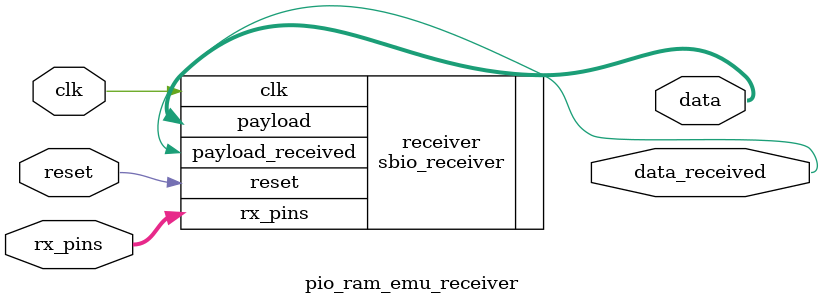
<source format=v>
/*
 * Copyright (c) 2024 Toivo Henningsson
 * SPDX-License-Identifier: Apache-2.0
 */

`default_nettype none


module pio_ram_emu_transmitter(
		input wire clk, reset,

		output wire ready,
		input wire message_valid,
		input wire [3:0] header,
		input wire [15:0] data,
		output wire message_accepted,  // When this goes high, the message will be sent. Only goes high when ready && message_valid.

		output wire [1:0] tx_pins
	);

	// Add a final payload cycle with tx_pins = 2'b11 to make sure that we get stop bits
	sbio_transmitter #(.IO_BITS(2), .PAYLOAD_CYCLES(11)) transmitter(
		.clk(clk), .reset(reset),
		.ready(ready),
		.payload_valid(message_valid), .payload({2'b11, data, header}), .payload_accepted(message_accepted),
		.tx_pins(tx_pins)
	);
endmodule : pio_ram_emu_transmitter


module pio_ram_emu_receiver(
		input wire clk, reset,

		input wire [1:0] rx_pins,

		output wire data_received,  // High during one cycle for each received message
		output wire [15:0] data  // Only guaranteed to be valid when data_received is high
	);

	sbio_receiver #(.IO_BITS(2), .SKIP_CYCLES(2), .PAYLOAD_CYCLES(8)) receiver(
		.clk(clk), .reset(reset),
		.rx_pins(rx_pins),
		.payload_received(data_received), .payload(data)
	);
endmodule

</source>
